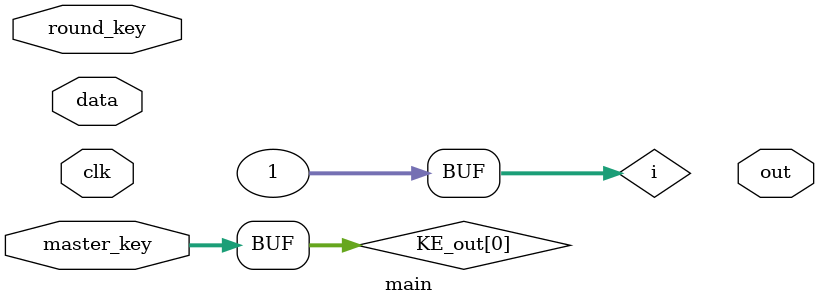
<source format=v>
`timescale 1ns / 1ps

  
module main(input [127:0] data, input [127:0] round_key, input [127:0] master_key, output [127:0] out, input clk);

integer i = 1;
/*wire [127:0] temp;
assign temp = data;
wire [127:0] t0[;
wire [127:0] t1;
wire [127:0] t2;
//wire [127:0] t3;
wire [127:0] t4;
wire [127:0] t5;
wire [127:0] t6;
wire [127:0] t7;*/
wire [127:0] SB_out [10:0];
wire [127:0] SR_out [10:0];
wire [127:0] MX_out [10:0];
wire [127:0] AR_out [10:0];
wire [127:0] KE_out [10:0];
//wire [127:0] t8;

wire [127:0] temp_key [11:0];
//integer j;
assign KE_out[0] = master_key;
addroundkey aRK1(data, AR_out[0], KE_out[0], clk);
Key_Expansion KE1(KE_out[0], KE_out[1], 1, clk);

genvar j;
generate
for(j = 1; j <= 9; j = j + 1)
begin: h
Byte_Sub SB1(AR_out[j-1], SB_out[j], clk);
ShiftRows SR1(SB_out[j], SR_out[j], clk);
MixColumns MX1(SR_out[j], MX_out[j], clk);
addroundkey aRK2(MX_out[j], AR_out[j], KE_out[j], clk);
Key_Expansion ke(KE_out[j], KE_out[j+1], j, clk); 
end

endgenerate


endmodule






</source>
